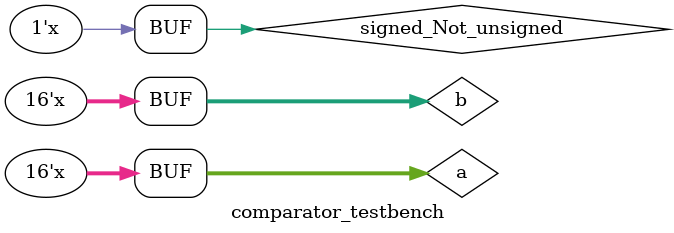
<source format=sv>
`timescale 1ns / 1ps

module comparator_testbench();

    reg [15:0] a;
    reg [15:0] b;
    reg signed_Not_unsigned;
    wire g, l, e;
    
    comparator_n_bit #(16) comp(
        .a(a),
        .b(b),
        .sign_n_unsign(signed_Not_unsigned),
        .g(g),
        .l(l),
        .e(e)
    );
    
    initial 
    begin
        a = 16'b0;
        b=16'b0;
        signed_Not_unsigned=1'b0;
    end
    
    always #1 a = a+1;
    always #2 b = b+1;
    always #64 signed_Not_unsigned = ~ signed_Not_unsigned;
    
endmodule

</source>
